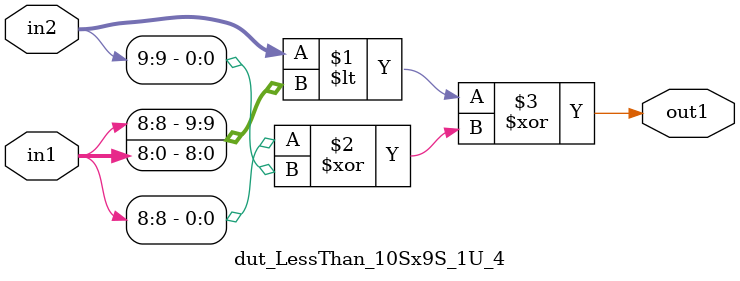
<source format=v>

`timescale 1ps / 1ps


module dut_LessThan_10Sx9S_1U_4( in2, in1, out1 );

    input [9:0] in2;
    input [8:0] in1;
    output out1;

    
    // rtl_process:dut_LessThan_10Sx9S_1U_4/dut_LessThan_10Sx9S_1U_4_thread_1
    assign out1 = (in2 < {in1[8], in1} ^ (in1[8] ^ in2[9]));

endmodule



</source>
